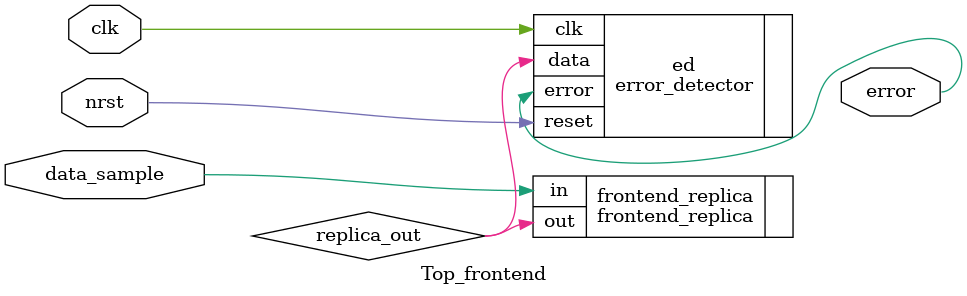
<source format=v>
module Top_frontend (
    input clk,
    input nrst,
    input data_sample,
    output error
);

    wire replica_out;
    frontend_replica frontend_replica(
        .in(data_sample),
        .out(replica_out)
    );
    error_detector ed(
        .data(replica_out),
        .clk(clk),
        .reset(nrst),
        .error(error)
    ); 
endmodule
</source>
